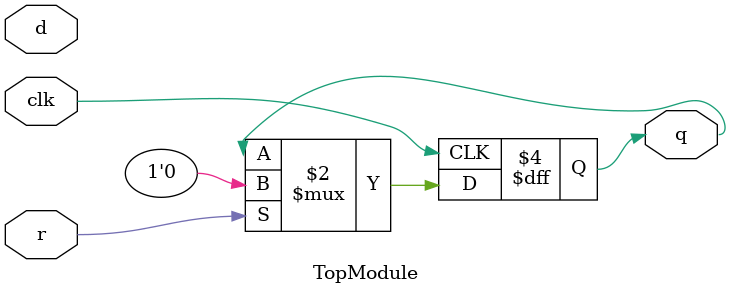
<source format=sv>

module TopModule (
  input clk,
  input d,
  input r,
  output logic q
);

  logic q;
  always @(posedge clk) 
    if (r) q <= 1'b0;
   
endmodule

/*
Incomplete RTL Code
*/

/*
The testbench simulated, but had errors. Please fix the module. The output of iverilog is as follows:
VCD info: dumpfile wave.vcd opened for output.
D:/MyVerilogDebugger/Dataset/dataset_verilog-eval-human/Prob048_m2014_q4c_test.sv:16: $finish called at 501 (1ps)
Hint: Output 'q' has 16 mismatches. First mismatch occurred at time 50.
Hint: Total mismatched samples is 16 out of 100 samples

Simulation finished at 501 ps
Mismatches: 16 in 100 samples

*/
</source>
